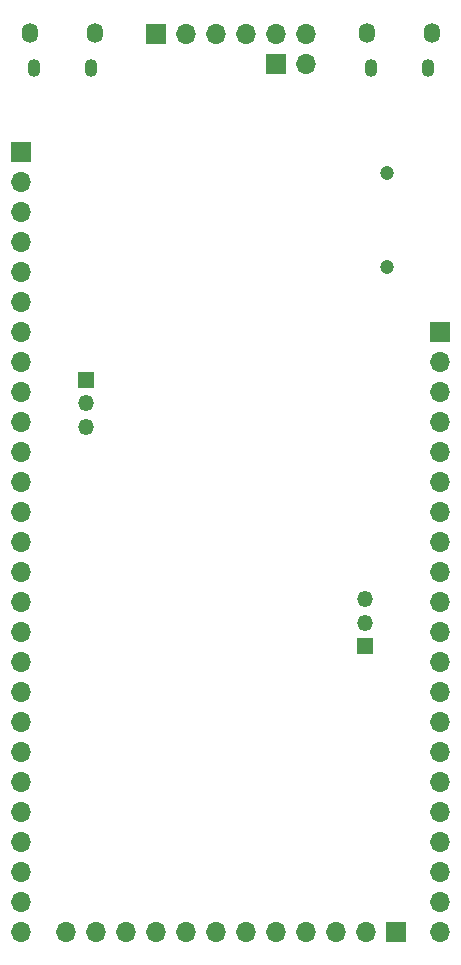
<source format=gbs>
%TF.GenerationSoftware,KiCad,Pcbnew,(6.0.0)*%
%TF.CreationDate,2022-07-08T16:33:05-04:00*%
%TF.ProjectId,CH32V307_RCT6,43483332-5633-4303-975f-524354362e6b,rev?*%
%TF.SameCoordinates,Original*%
%TF.FileFunction,Soldermask,Bot*%
%TF.FilePolarity,Negative*%
%FSLAX46Y46*%
G04 Gerber Fmt 4.6, Leading zero omitted, Abs format (unit mm)*
G04 Created by KiCad (PCBNEW (6.0.0)) date 2022-07-08 16:33:05*
%MOMM*%
%LPD*%
G01*
G04 APERTURE LIST*
%ADD10R,1.700000X1.700000*%
%ADD11O,1.700000X1.700000*%
%ADD12O,1.100000X1.500000*%
%ADD13O,1.350000X1.700000*%
%ADD14R,1.350000X1.350000*%
%ADD15O,1.350000X1.350000*%
%ADD16C,1.200000*%
G04 APERTURE END LIST*
D10*
%TO.C,J7*%
X143650000Y-52000000D03*
D11*
X146190000Y-52000000D03*
X148730000Y-52000000D03*
X151270000Y-52000000D03*
X153810000Y-52000000D03*
X156350000Y-52000000D03*
%TD*%
D12*
%TO.C,J1*%
X166695000Y-54885000D03*
D13*
X167005000Y-51885000D03*
D12*
X161855000Y-54885000D03*
D13*
X161545000Y-51885000D03*
%TD*%
D10*
%TO.C,J4*%
X153800000Y-54500000D03*
D11*
X156340000Y-54500000D03*
%TD*%
D10*
%TO.C,J8*%
X164000000Y-128000000D03*
D11*
X161460000Y-128000000D03*
X158920000Y-128000000D03*
X156380000Y-128000000D03*
X153840000Y-128000000D03*
X151300000Y-128000000D03*
X148760000Y-128000000D03*
X146220000Y-128000000D03*
X143680000Y-128000000D03*
X141140000Y-128000000D03*
X138600000Y-128000000D03*
X136060000Y-128000000D03*
%TD*%
D10*
%TO.C,J3*%
X132250000Y-61960000D03*
D11*
X132250000Y-64500000D03*
X132250000Y-67040000D03*
X132250000Y-69580000D03*
X132250000Y-72120000D03*
X132250000Y-74660000D03*
X132250000Y-77200000D03*
X132250000Y-79740000D03*
X132250000Y-82280000D03*
X132250000Y-84820000D03*
X132250000Y-87360000D03*
X132250000Y-89900000D03*
X132250000Y-92440000D03*
X132250000Y-94980000D03*
X132250000Y-97520000D03*
X132250000Y-100060000D03*
X132250000Y-102600000D03*
X132250000Y-105140000D03*
X132250000Y-107680000D03*
X132250000Y-110220000D03*
X132250000Y-112760000D03*
X132250000Y-115300000D03*
X132250000Y-117840000D03*
X132250000Y-120380000D03*
X132250000Y-122920000D03*
X132250000Y-125460000D03*
X132250000Y-128000000D03*
%TD*%
D14*
%TO.C,JP2*%
X137750000Y-81250000D03*
D15*
X137750000Y-83250000D03*
X137750000Y-85250000D03*
%TD*%
D16*
%TO.C,J5*%
X163200000Y-63700000D03*
X163200000Y-71700000D03*
%TD*%
D10*
%TO.C,J6*%
X167750000Y-77160000D03*
D11*
X167750000Y-79700000D03*
X167750000Y-82240000D03*
X167750000Y-84780000D03*
X167750000Y-87320000D03*
X167750000Y-89860000D03*
X167750000Y-92400000D03*
X167750000Y-94940000D03*
X167750000Y-97480000D03*
X167750000Y-100020000D03*
X167750000Y-102560000D03*
X167750000Y-105100000D03*
X167750000Y-107640000D03*
X167750000Y-110180000D03*
X167750000Y-112720000D03*
X167750000Y-115260000D03*
X167750000Y-117800000D03*
X167750000Y-120340000D03*
X167750000Y-122880000D03*
X167750000Y-125420000D03*
X167750000Y-127960000D03*
%TD*%
D13*
%TO.C,J2*%
X133045000Y-51885000D03*
D12*
X138195000Y-54885000D03*
X133355000Y-54885000D03*
D13*
X138505000Y-51885000D03*
%TD*%
D14*
%TO.C,JP1*%
X161400000Y-103800000D03*
D15*
X161400000Y-101800000D03*
X161400000Y-99800000D03*
%TD*%
M02*

</source>
